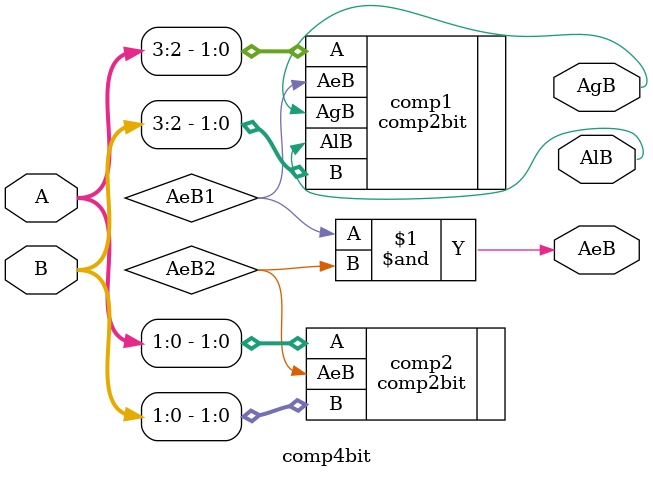
<source format=v>
module comp4bit(input [3:0] A, B, output AgB, AlB, AeB);
    wire AeB1, AeB2;
    comp2bit comp1(.A(A[3:2]), .B(B[3:2]), .AgB(AgB), .AlB(AlB), .AeB(AeB1));
    comp2bit comp2(.A(A[1:0]), .B(B[1:0]), .AeB(AeB2));

    assign AeB= AeB1 & AeB2;
    endmodule

</source>
